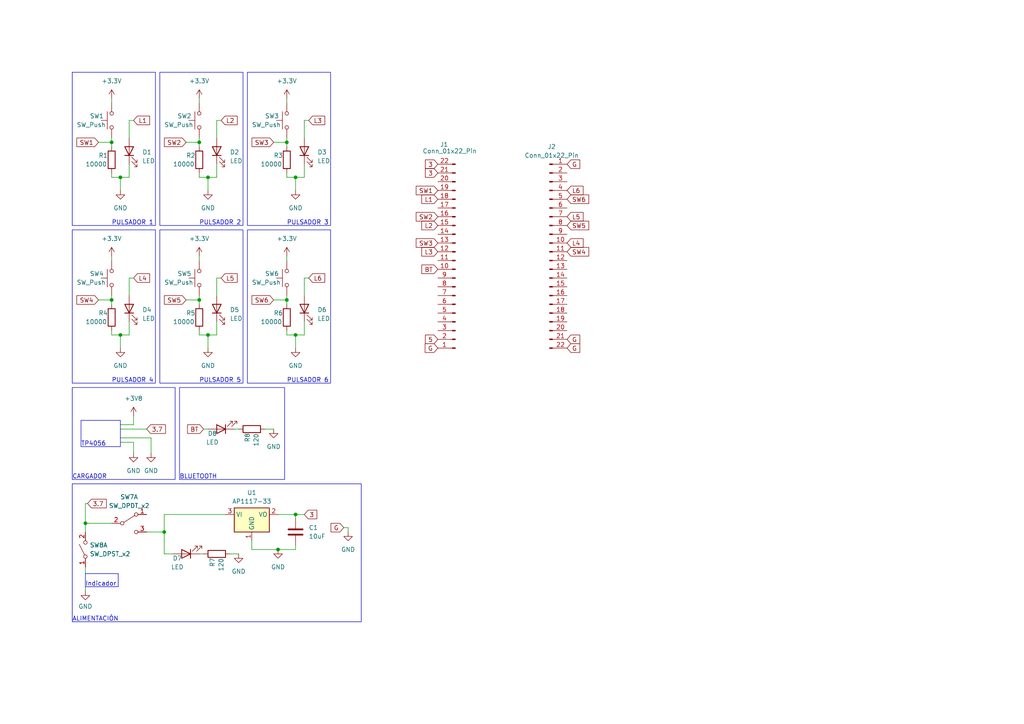
<source format=kicad_sch>
(kicad_sch (version 20230121) (generator eeschema)
  (paper "A4")
  (lib_symbols
    (symbol "Connector:Conn_01x22_Pin" (pin_names (offset 1.016) hide)
      (property "Reference" "J" (at 0 27.94 0))
      (property "Value" "Conn_01x22_Pin" (at 0 -30.48 0))
      (symbol "Conn_01x22_Pin_1_1"
        (polyline (pts (xy 1.27 -27.94) (xy 0.8636 -27.94)) (stroke (width 0.1524)))
        (polyline (pts (xy 1.27 -25.4) (xy 0.8636 -25.4)) (stroke (width 0.1524)))
        (polyline (pts (xy 1.27 -22.86) (xy 0.8636 -22.86)) (stroke (width 0.1524)))
        (polyline (pts (xy 1.27 -20.32) (xy 0.8636 -20.32)) (stroke (width 0.1524)))
        (polyline (pts (xy 1.27 -17.78) (xy 0.8636 -17.78)) (stroke (width 0.1524)))
        (polyline (pts (xy 1.27 -15.24) (xy 0.8636 -15.24)) (stroke (width 0.1524)))
        (polyline (pts (xy 1.27 -12.7) (xy 0.8636 -12.7)) (stroke (width 0.1524)))
        (polyline (pts (xy 1.27 -10.16) (xy 0.8636 -10.16)) (stroke (width 0.1524)))
        (polyline (pts (xy 1.27 -7.62) (xy 0.8636 -7.62)) (stroke (width 0.1524)))
        (polyline (pts (xy 1.27 -5.08) (xy 0.8636 -5.08)) (stroke (width 0.1524)))
        (polyline (pts (xy 1.27 -2.54) (xy 0.8636 -2.54)) (stroke (width 0.1524)))
        (polyline (pts (xy 1.27 0) (xy 0.8636 0)) (stroke (width 0.1524)))
        (polyline (pts (xy 1.27 2.54) (xy 0.8636 2.54)) (stroke (width 0.1524)))
        (polyline (pts (xy 1.27 5.08) (xy 0.8636 5.08)) (stroke (width 0.1524)))
        (polyline (pts (xy 1.27 7.62) (xy 0.8636 7.62)) (stroke (width 0.1524)))
        (polyline (pts (xy 1.27 10.16) (xy 0.8636 10.16)) (stroke (width 0.1524)))
        (polyline (pts (xy 1.27 12.7) (xy 0.8636 12.7)) (stroke (width 0.1524)))
        (polyline (pts (xy 1.27 15.24) (xy 0.8636 15.24)) (stroke (width 0.1524)))
        (polyline (pts (xy 1.27 17.78) (xy 0.8636 17.78)) (stroke (width 0.1524)))
        (polyline (pts (xy 1.27 20.32) (xy 0.8636 20.32)) (stroke (width 0.1524)))
        (polyline (pts (xy 1.27 22.86) (xy 0.8636 22.86)) (stroke (width 0.1524)))
        (polyline (pts (xy 1.27 25.4) (xy 0.8636 25.4)) (stroke (width 0.1524)))
        (rectangle (start 0.8636 -27.813) (end 0 -28.067) (stroke (width 0.1524)) (fill (type outline)))
        (rectangle (start 0.8636 -25.273) (end 0 -25.527) (stroke (width 0.1524)) (fill (type outline)))
        (rectangle (start 0.8636 -22.733) (end 0 -22.987) (stroke (width 0.1524)) (fill (type outline)))
        (rectangle (start 0.8636 -20.193) (end 0 -20.447) (stroke (width 0.1524)) (fill (type outline)))
        (rectangle (start 0.8636 -17.653) (end 0 -17.907) (stroke (width 0.1524)) (fill (type outline)))
        (rectangle (start 0.8636 -15.113) (end 0 -15.367) (stroke (width 0.1524)) (fill (type outline)))
        (rectangle (start 0.8636 -12.573) (end 0 -12.827) (stroke (width 0.1524)) (fill (type outline)))
        (rectangle (start 0.8636 -10.033) (end 0 -10.287) (stroke (width 0.1524)) (fill (type outline)))
        (rectangle (start 0.8636 -7.493) (end 0 -7.747) (stroke (width 0.1524)) (fill (type outline)))
        (rectangle (start 0.8636 -4.953) (end 0 -5.207) (stroke (width 0.1524)) (fill (type outline)))
        (rectangle (start 0.8636 -2.413) (end 0 -2.667) (stroke (width 0.1524)) (fill (type outline)))
        (rectangle (start 0.8636 0.127) (end 0 -0.127) (stroke (width 0.1524)) (fill (type outline)))
        (rectangle (start 0.8636 2.667) (end 0 2.413) (stroke (width 0.1524)) (fill (type outline)))
        (rectangle (start 0.8636 5.207) (end 0 4.953) (stroke (width 0.1524)) (fill (type outline)))
        (rectangle (start 0.8636 7.747) (end 0 7.493) (stroke (width 0.1524)) (fill (type outline)))
        (rectangle (start 0.8636 10.287) (end 0 10.033) (stroke (width 0.1524)) (fill (type outline)))
        (rectangle (start 0.8636 12.827) (end 0 12.573) (stroke (width 0.1524)) (fill (type outline)))
        (rectangle (start 0.8636 15.367) (end 0 15.113) (stroke (width 0.1524)) (fill (type outline)))
        (rectangle (start 0.8636 17.907) (end 0 17.653) (stroke (width 0.1524)) (fill (type outline)))
        (rectangle (start 0.8636 20.447) (end 0 20.193) (stroke (width 0.1524)) (fill (type outline)))
        (rectangle (start 0.8636 22.987) (end 0 22.733) (stroke (width 0.1524)) (fill (type outline)))
        (rectangle (start 0.8636 25.527) (end 0 25.273) (stroke (width 0.1524)) (fill (type outline)))
        (pin passive line (at 5.08 25.4 180) (length 3.81) (name "Pin_1") (number "1"))
        (pin passive line (at 5.08 2.54 180) (length 3.81) (name "Pin_10") (number "10"))
        (pin passive line (at 5.08 0 180) (length 3.81) (name "Pin_11") (number "11"))
        (pin passive line (at 5.08 -2.54 180) (length 3.81) (name "Pin_12") (number "12"))
        (pin passive line (at 5.08 -5.08 180) (length 3.81) (name "Pin_13") (number "13"))
        (pin passive line (at 5.08 -7.62 180) (length 3.81) (name "Pin_14") (number "14"))
        (pin passive line (at 5.08 -10.16 180) (length 3.81) (name "Pin_15") (number "15"))
        (pin passive line (at 5.08 -12.7 180) (length 3.81) (name "Pin_16") (number "16"))
        (pin passive line (at 5.08 -15.24 180) (length 3.81) (name "Pin_17") (number "17"))
        (pin passive line (at 5.08 -17.78 180) (length 3.81) (name "Pin_18") (number "18"))
        (pin passive line (at 5.08 -20.32 180) (length 3.81) (name "Pin_19") (number "19"))
        (pin passive line (at 5.08 22.86 180) (length 3.81) (name "Pin_2") (number "2"))
        (pin passive line (at 5.08 -22.86 180) (length 3.81) (name "Pin_20") (number "20"))
        (pin passive line (at 5.08 -25.4 180) (length 3.81) (name "Pin_21") (number "21"))
        (pin passive line (at 5.08 -27.94 180) (length 3.81) (name "Pin_22") (number "22"))
        (pin passive line (at 5.08 20.32 180) (length 3.81) (name "Pin_3") (number "3"))
        (pin passive line (at 5.08 17.78 180) (length 3.81) (name "Pin_4") (number "4"))
        (pin passive line (at 5.08 15.24 180) (length 3.81) (name "Pin_5") (number "5"))
        (pin passive line (at 5.08 12.7 180) (length 3.81) (name "Pin_6") (number "6"))
        (pin passive line (at 5.08 10.16 180) (length 3.81) (name "Pin_7") (number "7"))
        (pin passive line (at 5.08 7.62 180) (length 3.81) (name "Pin_8") (number "8"))
        (pin passive line (at 5.08 5.08 180) (length 3.81) (name "Pin_9") (number "9"))
      )
    )
    (symbol "Device:C" (pin_numbers hide) (pin_names (offset 0.254))
      (property "Reference" "C" (at 0.635 2.54 0))
      (property "Value" "C" (at 0.635 -2.54 0))
      (symbol "C_0_1"
        (polyline (pts (xy -2.032 -0.762) (xy 2.032 -0.762)) (stroke (width 0.508)))
        (polyline (pts (xy -2.032 0.762) (xy 2.032 0.762)) (stroke (width 0.508)))
      )
      (symbol "C_1_1"
        (pin passive line (at 0 3.81 270) (length 2.794) (name "~") (number "1"))
        (pin passive line (at 0 -3.81 90) (length 2.794) (name "~") (number "2"))
      )
    )
    (symbol "Device:LED" (pin_numbers hide) (pin_names (offset 1.016) hide)
      (property "Reference" "D" (at 0 2.54 0))
      (property "Value" "LED" (at 0 -2.54 0))
      (symbol "LED_0_1"
        (polyline (pts (xy -1.27 -1.27) (xy -1.27 1.27)) (stroke (width 0.254)))
        (polyline (pts (xy -1.27 0) (xy 1.27 0)))
        (polyline (pts (xy 1.27 -1.27) (xy 1.27 1.27) (xy -1.27 0) (xy 1.27 -1.27)) (stroke (width 0.254)))
        (polyline (pts (xy -3.048 -0.762) (xy -4.572 -2.286) (xy -3.81 -2.286) (xy -4.572 -2.286) (xy -4.572 -1.524)))
        (polyline (pts (xy -1.778 -0.762) (xy -3.302 -2.286) (xy -2.54 -2.286) (xy -3.302 -2.286) (xy -3.302 -1.524)))
      )
      (symbol "LED_1_1"
        (pin passive line (at -3.81 0 0) (length 2.54) (name "K") (number "1"))
        (pin passive line (at 3.81 0 180) (length 2.54) (name "A") (number "2"))
      )
    )
    (symbol "Device:R" (pin_numbers hide) (pin_names (offset 0))
      (property "Reference" "R" (at 2.032 0 90))
      (property "Value" "R" (at 0 0 90))
      (symbol "R_0_1"
        (rectangle (start -1.016 -2.54) (end 1.016 2.54) (stroke (width 0.254)))
      )
      (symbol "R_1_1"
        (pin passive line (at 0 3.81 270) (length 1.27) (name "~") (number "1"))
        (pin passive line (at 0 -3.81 90) (length 1.27) (name "~") (number "2"))
      )
    )
    (symbol "Regulator_Linear:AP1117-33"
      (property "Reference" "U" (at -3.81 3.175 0))
      (property "Value" "AP1117-33" (at 0 3.175 0))
      (symbol "AP1117-33_0_1"
        (rectangle (start -5.08 -5.08) (end 5.08 1.905) (stroke (width 0.254)) (fill (type background)))
      )
      (symbol "AP1117-33_1_1"
        (pin power_in line (at 0 -7.62 90) (length 2.54) (name "GND") (number "1"))
        (pin power_out line (at 7.62 0 180) (length 2.54) (name "VO") (number "2"))
        (pin power_in line (at -7.62 0 0) (length 2.54) (name "VI") (number "3"))
      )
    )
    (symbol "Switch:SW_DPDT_x2" (pin_names (offset 0) hide)
      (property "Reference" "SW" (at 0 4.318 0))
      (property "Value" "SW_DPDT_x2" (at 0 -5.08 0))
      (symbol "SW_DPDT_x2_0_0"
        (circle (center -2.032 0) (radius 0.508))
        (circle (center 2.032 -2.54) (radius 0.508))
      )
      (symbol "SW_DPDT_x2_0_1"
        (polyline (pts (xy -1.524 0.254) (xy 1.651 2.286)))
        (circle (center 2.032 2.54) (radius 0.508))
      )
      (symbol "SW_DPDT_x2_1_1"
        (pin passive line (at 5.08 2.54 180) (length 2.54) (name "A") (number "1"))
        (pin passive line (at -5.08 0 0) (length 2.54) (name "B") (number "2"))
        (pin passive line (at 5.08 -2.54 180) (length 2.54) (name "C") (number "3"))
      )
      (symbol "SW_DPDT_x2_2_1"
        (pin passive line (at 5.08 2.54 180) (length 2.54) (name "A") (number "4"))
        (pin passive line (at -5.08 0 0) (length 2.54) (name "B") (number "5"))
        (pin passive line (at 5.08 -2.54 180) (length 2.54) (name "C") (number "6"))
      )
    )
    (symbol "Switch:SW_DPST_x2" (pin_names (offset 0) hide)
      (property "Reference" "SW" (at 0 3.175 0))
      (property "Value" "SW_DPST_x2" (at 0 -2.54 0))
      (symbol "SW_DPST_x2_0_0"
        (circle (center -2.032 0) (radius 0.508))
        (polyline (pts (xy -1.524 0.254) (xy 1.524 1.778)))
        (circle (center 2.032 0) (radius 0.508))
      )
      (symbol "SW_DPST_x2_1_1"
        (pin passive line (at -5.08 0 0) (length 2.54) (name "A") (number "1"))
        (pin passive line (at 5.08 0 180) (length 2.54) (name "B") (number "2"))
      )
      (symbol "SW_DPST_x2_2_1"
        (pin passive line (at -5.08 0 0) (length 2.54) (name "A") (number "3"))
        (pin passive line (at 5.08 0 180) (length 2.54) (name "B") (number "4"))
      )
    )
    (symbol "Switch:SW_Push" (pin_numbers hide) (pin_names (offset 1.016) hide)
      (property "Reference" "SW" (at 1.27 2.54 0))
      (property "Value" "SW_Push" (at 0 -1.524 0))
      (symbol "SW_Push_0_1"
        (circle (center -2.032 0) (radius 0.508))
        (polyline (pts (xy 0 1.27) (xy 0 3.048)))
        (polyline (pts (xy 2.54 1.27) (xy -2.54 1.27)))
        (circle (center 2.032 0) (radius 0.508))
        (pin passive line (at -5.08 0 0) (length 2.54) (name "1") (number "1"))
        (pin passive line (at 5.08 0 180) (length 2.54) (name "2") (number "2"))
      )
    )
    (symbol "power:+3.3V" (power) (pin_names (offset 0))
      (property "Value" "+3.3V" (at 0 3.556 0))
      (symbol "+3.3V_0_1"
        (polyline (pts (xy -0.762 1.27) (xy 0 2.54)))
        (polyline (pts (xy 0 0) (xy 0 2.54)))
        (polyline (pts (xy 0 2.54) (xy 0.762 1.27)))
      )
      (symbol "+3.3V_1_1"
        (pin power_in line (at 0 0 90) (length 0) hide (name "+3.3V") (number "1"))
      )
    )
    (symbol "power:+3V8" (power) (pin_names (offset 0))
      (property "Value" "+3V8" (at 0 3.556 0))
      (symbol "+3V8_0_1"
        (polyline (pts (xy -0.762 1.27) (xy 0 2.54)))
        (polyline (pts (xy 0 0) (xy 0 2.54)))
        (polyline (pts (xy 0 2.54) (xy 0.762 1.27)))
      )
      (symbol "+3V8_1_1"
        (pin power_in line (at 0 0 90) (length 0) hide (name "+3V8") (number "1"))
      )
    )
    (symbol "power:GND" (power) (pin_names (offset 0))
      (property "Value" "GND" (at 0 -3.81 0))
      (symbol "GND_0_1"
        (polyline (pts (xy 0 0) (xy 0 -1.27) (xy 1.27 -1.27) (xy 0 -2.54) (xy -1.27 -1.27) (xy 0 -1.27)))
      )
      (symbol "GND_1_1"
        (pin power_in line (at 0 0 270) (length 0) hide (name "GND") (number "1"))
      )
    )
  )
  (junction (at 80.645 159.385))
  (junction (at 83.185 41.275))
  (junction (at 24.765 151.765))
  (junction (at 60.325 51.435))
  (junction (at 34.925 51.435))
  (junction (at 34.925 97.155))
  (junction (at 57.785 86.995))
  (junction (at 85.725 97.155))
  (junction (at 32.385 41.275))
  (junction (at 32.385 86.995))
  (junction (at 57.785 41.275))
  (junction (at 60.325 97.155))
  (junction (at 83.185 86.995))
  (junction (at 85.725 149.225))
  (junction (at 85.725 51.435))
  (junction (at 47.625 154.305))
  (wire (pts (xy 88.265 47.625) (xy 88.265 51.435)))
  (wire (pts (xy 83.185 28.575) (xy 83.185 29.845)))
  (wire (pts (xy 32.385 86.995) (xy 32.385 88.265)))
  (wire (pts (xy 37.465 47.625) (xy 37.465 51.435)))
  (wire (pts (xy 34.925 127) (xy 43.815 127)))
  (wire (pts (xy 83.185 40.005) (xy 83.185 41.275)))
  (wire (pts (xy 76.835 124.46) (xy 79.375 124.46)))
  (wire (pts (xy 85.725 51.435) (xy 88.265 51.435)))
  (wire (pts (xy 34.925 51.435) (xy 34.925 55.245)))
  (wire (pts (xy 34.925 51.435) (xy 32.385 51.435)))
  (wire (pts (xy 79.375 41.275) (xy 83.185 41.275)))
  (wire (pts (xy 34.925 128.27) (xy 38.735 128.27)))
  (wire (pts (xy 24.765 151.765) (xy 24.765 154.305)))
  (wire (pts (xy 85.725 97.155) (xy 85.725 100.965)))
  (wire (pts (xy 50.165 160.655) (xy 47.625 160.655)))
  (wire (pts (xy 60.325 51.435) (xy 62.865 51.435)))
  (wire (pts (xy 67.945 124.46) (xy 69.215 124.46)))
  (wire (pts (xy 24.765 170.18) (xy 24.765 171.45)))
  (wire (pts (xy 83.185 97.155) (xy 83.185 95.885)))
  (wire (pts (xy 24.765 146.05) (xy 24.765 151.765)))
  (wire (pts (xy 57.785 51.435) (xy 57.785 50.165)))
  (wire (pts (xy 57.785 74.295) (xy 57.785 75.565)))
  (wire (pts (xy 65.405 149.225) (xy 47.625 149.225)))
  (wire (pts (xy 89.535 80.645) (xy 88.265 80.645)))
  (wire (pts (xy 43.815 131.445) (xy 43.815 127)))
  (wire (pts (xy 32.385 28.575) (xy 32.385 29.845)))
  (wire (pts (xy 85.725 97.155) (xy 88.265 97.155)))
  (wire (pts (xy 38.735 120.65) (xy 38.735 123.19)))
  (wire (pts (xy 24.765 146.05) (xy 25.4 146.05)))
  (wire (pts (xy 64.135 34.925) (xy 62.865 34.925)))
  (wire (pts (xy 37.465 80.645) (xy 37.465 85.725)))
  (wire (pts (xy 99.695 153.035) (xy 100.965 153.035)))
  (wire (pts (xy 85.725 158.115) (xy 85.725 159.385)))
  (wire (pts (xy 62.865 93.345) (xy 62.865 97.155)))
  (wire (pts (xy 57.785 41.275) (xy 57.785 42.545)))
  (wire (pts (xy 53.975 41.275) (xy 57.785 41.275)))
  (wire (pts (xy 88.265 80.645) (xy 88.265 85.725)))
  (wire (pts (xy 32.385 85.725) (xy 32.385 86.995)))
  (wire (pts (xy 34.925 97.155) (xy 32.385 97.155)))
  (wire (pts (xy 32.385 40.005) (xy 32.385 41.275)))
  (wire (pts (xy 85.725 149.225) (xy 80.645 149.225)))
  (wire (pts (xy 88.265 34.925) (xy 88.265 40.005)))
  (wire (pts (xy 32.385 97.155) (xy 32.385 95.885)))
  (wire (pts (xy 28.575 41.275) (xy 32.385 41.275)))
  (wire (pts (xy 47.625 149.225) (xy 47.625 154.305)))
  (wire (pts (xy 34.925 51.435) (xy 37.465 51.435)))
  (wire (pts (xy 85.725 97.155) (xy 83.185 97.155)))
  (wire (pts (xy 42.545 154.305) (xy 47.625 154.305)))
  (wire (pts (xy 53.975 86.995) (xy 57.785 86.995)))
  (wire (pts (xy 34.925 123.19) (xy 38.735 123.19)))
  (wire (pts (xy 89.535 34.925) (xy 88.265 34.925)))
  (wire (pts (xy 24.765 164.465) (xy 24.765 166.37)))
  (wire (pts (xy 24.765 151.765) (xy 32.385 151.765)))
  (wire (pts (xy 83.185 41.275) (xy 83.185 42.545)))
  (wire (pts (xy 57.785 86.995) (xy 57.785 88.265)))
  (wire (pts (xy 60.325 97.155) (xy 60.325 100.965)))
  (wire (pts (xy 37.465 93.345) (xy 37.465 97.155)))
  (wire (pts (xy 28.575 86.995) (xy 32.385 86.995)))
  (wire (pts (xy 37.465 34.925) (xy 37.465 40.005)))
  (wire (pts (xy 83.185 51.435) (xy 83.185 50.165)))
  (wire (pts (xy 57.785 85.725) (xy 57.785 86.995)))
  (wire (pts (xy 85.725 149.225) (xy 88.265 149.225)))
  (wire (pts (xy 57.785 97.155) (xy 57.785 95.885)))
  (wire (pts (xy 85.725 150.495) (xy 85.725 149.225)))
  (wire (pts (xy 62.865 47.625) (xy 62.865 51.435)))
  (wire (pts (xy 60.325 124.46) (xy 59.055 124.46)))
  (wire (pts (xy 73.025 159.385) (xy 80.645 159.385)))
  (wire (pts (xy 62.865 80.645) (xy 62.865 85.725)))
  (wire (pts (xy 64.135 80.645) (xy 62.865 80.645)))
  (wire (pts (xy 60.325 97.155) (xy 57.785 97.155)))
  (wire (pts (xy 85.725 51.435) (xy 83.185 51.435)))
  (wire (pts (xy 57.785 28.575) (xy 57.785 29.845)))
  (wire (pts (xy 32.385 74.295) (xy 32.385 75.565)))
  (wire (pts (xy 79.375 86.995) (xy 83.185 86.995)))
  (wire (pts (xy 62.865 34.925) (xy 62.865 40.005)))
  (wire (pts (xy 60.325 51.435) (xy 57.785 51.435)))
  (wire (pts (xy 83.185 85.725) (xy 83.185 86.995)))
  (wire (pts (xy 60.325 51.435) (xy 60.325 55.245)))
  (wire (pts (xy 83.185 86.995) (xy 83.185 88.265)))
  (wire (pts (xy 57.785 40.005) (xy 57.785 41.275)))
  (wire (pts (xy 47.625 160.655) (xy 47.625 154.305)))
  (wire (pts (xy 88.265 93.345) (xy 88.265 97.155)))
  (wire (pts (xy 57.785 160.655) (xy 59.055 160.655)))
  (wire (pts (xy 85.725 51.435) (xy 85.725 55.245)))
  (wire (pts (xy 100.965 153.035) (xy 100.965 154.305)))
  (wire (pts (xy 34.925 97.155) (xy 34.925 100.965)))
  (wire (pts (xy 83.185 74.295) (xy 83.185 75.565)))
  (wire (pts (xy 38.735 34.925) (xy 37.465 34.925)))
  (wire (pts (xy 66.675 160.655) (xy 69.215 160.655)))
  (wire (pts (xy 34.925 97.155) (xy 37.465 97.155)))
  (wire (pts (xy 60.325 97.155) (xy 62.865 97.155)))
  (wire (pts (xy 73.025 156.845) (xy 73.025 159.385)))
  (wire (pts (xy 38.735 80.645) (xy 37.465 80.645)))
  (wire (pts (xy 85.725 159.385) (xy 80.645 159.385)))
  (wire (pts (xy 32.385 41.275) (xy 32.385 42.545)))
  (wire (pts (xy 32.385 51.435) (xy 32.385 50.165)))
  (wire (pts (xy 34.925 124.46) (xy 42.545 124.46)))
  (wire (pts (xy 38.735 131.445) (xy 38.735 128.27)))
  (rectangle (start 20.955 112.395) (end 50.8 139.065))
  (rectangle (start 71.755 66.675) (end 95.885 111.125))
  (rectangle (start 23.495 121.92) (end 34.925 129.54))
  (rectangle (start 71.755 20.955) (end 95.885 65.405))
  (rectangle (start 46.355 66.675) (end 70.485 111.125))
  (rectangle (start 20.955 140.335) (end 104.775 180.34))
  (rectangle (start 24.765 166.37) (end 34.29 170.18))
  (rectangle (start 20.955 20.955) (end 45.085 65.405))
  (rectangle (start 46.355 20.955) (end 70.485 65.405))
  (rectangle (start 52.07 112.395) (end 82.55 139.065))
  (rectangle (start 20.955 66.675) (end 45.085 111.125))
  (text "PULSADOR 1" (at 32.385 65.405 0) (effects (font (size 1.27 1.27)) (justify left bottom)))
  (text "PULSADOR 3" (at 83.185 65.405 0) (effects (font (size 1.27 1.27)) (justify left bottom)))
  (text "CARGADOR" (at 20.955 139.065 0) (effects (font (size 1.27 1.27)) (justify left bottom)))
  (text "BLUETOOTH" (at 52.07 139.065 0) (effects (font (size 1.27 1.27)) (justify left bottom)))
  (text "Indicador" (at 24.765 170.18 0) (effects (font (size 1.27 1.27)) (justify left bottom)))
  (text "ALIMENTACIÓN" (at 20.955 180.34 0) (effects (font (size 1.27 1.27)) (justify left bottom)))
  (text "PULSADOR 5\n" (at 57.785 111.125 0) (effects (font (size 1.27 1.27)) (justify left bottom)))
  (text "PULSADOR 6\n" (at 83.185 111.125 0) (effects (font (size 1.27 1.27)) (justify left bottom)))
  (text "PULSADOR 4" (at 32.385 111.125 0) (effects (font (size 1.27 1.27)) (justify left bottom)))
  (text "PULSADOR 2\n" (at 57.785 65.405 0) (effects (font (size 1.27 1.27)) (justify left bottom)))
  (text "TP4056" (at 23.495 129.54 0) (effects (font (size 1.27 1.27)) (justify left bottom)))
  (global_label "5" (shape input) (at 127 98.425 180) (property "Intersheetrefs" "${INTERSHEET_REFS}" (effects hide)))
  (global_label "G" (shape input) (at 164.465 100.965 0) (property "Intersheetrefs" "${INTERSHEET_REFS}" (effects hide)))
  (global_label "SW1" (shape input) (at 28.575 41.275 180) (property "Intersheetrefs" "${INTERSHEET_REFS}" (effects hide)))
  (global_label "L3" (shape input) (at 89.535 34.925 0) (property "Intersheetrefs" "${INTERSHEET_REFS}" (effects hide)))
  (global_label "L5" (shape input) (at 164.465 62.865 0) (property "Intersheetrefs" "${INTERSHEET_REFS}" (effects hide)))
  (global_label "L1" (shape input) (at 127 57.785 180) (property "Intersheetrefs" "${INTERSHEET_REFS}" (effects hide)))
  (global_label "L5" (shape input) (at 64.135 80.645 0) (property "Intersheetrefs" "${INTERSHEET_REFS}" (effects hide)))
  (global_label "3.7" (shape input) (at 42.545 124.46 0) (property "Intersheetrefs" "${INTERSHEET_REFS}" (effects hide)))
  (global_label "SW5" (shape input) (at 53.975 86.995 180) (property "Intersheetrefs" "${INTERSHEET_REFS}" (effects hide)))
  (global_label "BT" (shape input) (at 127 78.105 180) (property "Intersheetrefs" "${INTERSHEET_REFS}" (effects hide)))
  (global_label "BT" (shape input) (at 59.055 124.46 180) (property "Intersheetrefs" "${INTERSHEET_REFS}" (effects hide)))
  (global_label "L2" (shape input) (at 127 65.405 180) (property "Intersheetrefs" "${INTERSHEET_REFS}" (effects hide)))
  (global_label "SW3" (shape input) (at 127 70.485 180) (property "Intersheetrefs" "${INTERSHEET_REFS}" (effects hide)))
  (global_label "L4" (shape input) (at 38.735 80.645 0) (property "Intersheetrefs" "${INTERSHEET_REFS}" (effects hide)))
  (global_label "SW2" (shape input) (at 53.975 41.275 180) (property "Intersheetrefs" "${INTERSHEET_REFS}" (effects hide)))
  (global_label "3" (shape input) (at 127 50.165 180) (property "Intersheetrefs" "${INTERSHEET_REFS}" (effects hide)))
  (global_label "SW3" (shape input) (at 79.375 41.275 180) (property "Intersheetrefs" "${INTERSHEET_REFS}" (effects hide)))
  (global_label "SW5" (shape input) (at 164.465 65.405 0) (property "Intersheetrefs" "${INTERSHEET_REFS}" (effects hide)))
  (global_label "L4" (shape input) (at 164.465 70.485 0) (property "Intersheetrefs" "${INTERSHEET_REFS}" (effects hide)))
  (global_label "G" (shape input) (at 164.465 98.425 0) (property "Intersheetrefs" "${INTERSHEET_REFS}" (effects hide)))
  (global_label "G" (shape input) (at 164.465 47.625 0) (property "Intersheetrefs" "${INTERSHEET_REFS}" (effects hide)))
  (global_label "L6" (shape input) (at 164.465 55.245 0) (property "Intersheetrefs" "${INTERSHEET_REFS}" (effects hide)))
  (global_label "SW1" (shape input) (at 127 55.245 180) (property "Intersheetrefs" "${INTERSHEET_REFS}" (effects hide)))
  (global_label "SW4" (shape input) (at 28.575 86.995 180) (property "Intersheetrefs" "${INTERSHEET_REFS}" (effects hide)))
  (global_label "3.7" (shape input) (at 25.4 146.05 0) (property "Intersheetrefs" "${INTERSHEET_REFS}" (effects hide)))
  (global_label "L6" (shape input) (at 89.535 80.645 0) (property "Intersheetrefs" "${INTERSHEET_REFS}" (effects hide)))
  (global_label "G" (shape input) (at 99.695 153.035 180) (property "Intersheetrefs" "${INTERSHEET_REFS}" (effects hide)))
  (global_label "SW6" (shape input) (at 164.465 57.785 0) (property "Intersheetrefs" "${INTERSHEET_REFS}" (effects hide)))
  (global_label "L1" (shape input) (at 38.735 34.925 0) (property "Intersheetrefs" "${INTERSHEET_REFS}" (effects hide)))
  (global_label "SW6" (shape input) (at 79.375 86.995 180) (property "Intersheetrefs" "${INTERSHEET_REFS}" (effects hide)))
  (global_label "3" (shape input) (at 127 47.625 180) (property "Intersheetrefs" "${INTERSHEET_REFS}" (effects hide)))
  (global_label "3" (shape input) (at 88.265 149.225 0) (property "Intersheetrefs" "${INTERSHEET_REFS}" (effects hide)))
  (global_label "L2" (shape input) (at 64.135 34.925 0) (property "Intersheetrefs" "${INTERSHEET_REFS}" (effects hide)))
  (global_label "L3" (shape input) (at 127 73.025 180) (property "Intersheetrefs" "${INTERSHEET_REFS}" (effects hide)))
  (global_label "SW4" (shape input) (at 164.465 73.025 0) (property "Intersheetrefs" "${INTERSHEET_REFS}" (effects hide)))
  (global_label "SW2" (shape input) (at 127 62.865 180) (property "Intersheetrefs" "${INTERSHEET_REFS}" (effects hide)))
  (global_label "G" (shape input) (at 127 100.965 180) (property "Intersheetrefs" "${INTERSHEET_REFS}" (effects hide)))
  (symbol (lib_id "power:+3.3V") (at 32.385 74.295 0) (unit 1)
    (property "Reference" "#PWR05" (effects hide))
    (property "Value" "+3.3V" (at 32.385 69.215 0))
  )
  (symbol (lib_id "Device:R") (at 83.185 46.355 0) (unit 1)
    (property "Reference" "R3" (at 79.375 45.085 0) (effects (justify left)))
    (property "Value" "10000" (at 75.565 47.625 0) (effects (justify left)))
  )
  (symbol (lib_id "power:+3.3V") (at 57.785 74.295 0) (unit 1)
    (property "Reference" "#PWR04" (effects hide))
    (property "Value" "+3.3V" (at 57.785 69.215 0))
  )
  (symbol (lib_id "power:+3.3V") (at 83.185 74.295 0) (unit 1)
    (property "Reference" "#PWR014" (effects hide))
    (property "Value" "+3.3V" (at 83.185 69.215 0))
  )
  (symbol (lib_id "power:GND") (at 79.375 124.46 0) (unit 1)
    (property "Reference" "#PWR020" (effects hide))
    (property "Value" "GND" (at 79.375 129.54 0))
  )
  (symbol (lib_id "power:GND") (at 100.965 154.305 0) (unit 1)
    (property "Reference" "#PWR02" (effects hide))
    (property "Value" "GND" (at 100.965 159.385 0))
  )
  (symbol (lib_id "power:GND") (at 24.765 171.45 0) (unit 1)
    (property "Reference" "#PWR01" (effects hide))
    (property "Value" "GND" (at 24.765 175.895 0))
  )
  (symbol (lib_id "Device:LED") (at 62.865 89.535 90) (unit 1)
    (property "Reference" "D5" (at 66.675 89.8525 90) (effects (justify right)))
    (property "Value" "LED" (at 66.675 92.3925 90) (effects (justify right)))
  )
  (symbol (lib_id "Device:R") (at 32.385 92.075 0) (unit 1)
    (property "Reference" "R4" (at 28.575 90.805 0) (effects (justify left)))
    (property "Value" "10000" (at 24.765 93.345 0) (effects (justify left)))
  )
  (symbol (lib_id "power:GND") (at 85.725 100.965 0) (unit 1)
    (property "Reference" "#PWR015" (effects hide))
    (property "Value" "GND" (at 85.725 106.045 0))
  )
  (symbol (lib_id "Device:R") (at 83.185 92.075 0) (unit 1)
    (property "Reference" "R6" (at 79.375 90.805 0) (effects (justify left)))
    (property "Value" "10000" (at 75.565 93.345 0) (effects (justify left)))
  )
  (symbol (lib_id "Switch:SW_DPST_x2") (at 24.765 159.385 90) (unit 1)
    (property "Reference" "SW8" (at 26.035 158.115 90) (effects (justify right)))
    (property "Value" "SW_DPST_x2" (at 26.035 160.655 90) (effects (justify right)))
  )
  (symbol (lib_id "Device:C") (at 85.725 154.305 0) (unit 1)
    (property "Reference" "C1" (at 89.535 153.035 0) (effects (justify left)))
    (property "Value" "10uF" (at 89.535 155.575 0) (effects (justify left)))
  )
  (symbol (lib_id "power:GND") (at 43.815 131.445 0) (unit 1)
    (property "Reference" "#PWR019" (effects hide))
    (property "Value" "GND" (at 43.815 136.525 0))
  )
  (symbol (lib_id "Regulator_Linear:AP1117-33") (at 73.025 149.225 0) (unit 1)
    (property "Reference" "U1" (at 73.025 142.875 0))
    (property "Value" "AP1117-33" (at 73.025 145.415 0))
    (property "Footprint" "Package_TO_SOT_SMD:SOT-223-3_TabPin2" (effects hide))
    (property "Datasheet" "http://www.diodes.com/datasheets/AP1117.pdf" (effects hide))
  )
  (symbol (lib_id "Device:LED") (at 37.465 89.535 90) (unit 1)
    (property "Reference" "D4" (at 41.275 89.8525 90) (effects (justify right)))
    (property "Value" "LED" (at 41.275 92.3925 90) (effects (justify right)))
  )
  (symbol (lib_id "power:GND") (at 60.325 100.965 0) (unit 1)
    (property "Reference" "#PWR06" (effects hide))
    (property "Value" "GND" (at 60.325 106.045 0))
  )
  (symbol (lib_id "Switch:SW_Push") (at 83.185 80.645 90) (unit 1)
    (property "Reference" "SW6" (at 76.835 79.375 90) (effects (justify right)))
    (property "Value" "SW_Push" (at 73.025 81.915 90) (effects (justify right)))
  )
  (symbol (lib_id "power:GND") (at 38.735 131.445 0) (unit 1)
    (property "Reference" "#PWR018" (effects hide))
    (property "Value" "GND" (at 38.735 136.525 0))
  )
  (symbol (lib_id "Switch:SW_Push") (at 83.185 34.925 90) (unit 1)
    (property "Reference" "SW3" (at 76.835 33.655 90) (effects (justify right)))
    (property "Value" "SW_Push" (at 73.025 36.195 90) (effects (justify right)))
  )
  (symbol (lib_id "Device:R") (at 57.785 46.355 0) (unit 1)
    (property "Reference" "R2" (at 53.975 45.085 0) (effects (justify left)))
    (property "Value" "10000" (at 50.165 47.625 0) (effects (justify left)))
  )
  (symbol (lib_id "power:GND") (at 60.325 55.245 0) (unit 1)
    (property "Reference" "#PWR011" (effects hide))
    (property "Value" "GND" (at 60.325 60.325 0))
  )
  (symbol (lib_id "power:GND") (at 34.925 100.965 0) (unit 1)
    (property "Reference" "#PWR07" (effects hide))
    (property "Value" "GND" (at 34.925 106.045 0))
  )
  (symbol (lib_id "power:GND") (at 34.925 55.245 0) (unit 1)
    (property "Reference" "#PWR09" (effects hide))
    (property "Value" "GND" (at 34.925 60.325 0))
  )
  (symbol (lib_id "power:+3.3V") (at 83.185 28.575 0) (unit 1)
    (property "Reference" "#PWR012" (effects hide))
    (property "Value" "+3.3V" (at 83.185 23.495 0))
  )
  (symbol (lib_id "power:+3.3V") (at 32.385 28.575 0) (unit 1)
    (property "Reference" "#PWR08" (effects hide))
    (property "Value" "+3.3V" (at 32.385 23.495 0))
  )
  (symbol (lib_id "Switch:SW_DPDT_x2") (at 37.465 151.765 0) (unit 1)
    (property "Reference" "SW7" (at 37.465 144.145 0))
    (property "Value" "SW_DPDT_x2" (at 37.465 146.685 0))
  )
  (symbol (lib_id "Switch:SW_Push") (at 57.785 80.645 90) (unit 1)
    (property "Reference" "SW5" (at 51.435 79.375 90) (effects (justify right)))
    (property "Value" "SW_Push" (at 47.625 81.915 90) (effects (justify right)))
  )
  (symbol (lib_id "Device:LED") (at 53.975 160.655 180) (unit 1)
    (property "Reference" "D7" (at 51.435 161.925 0))
    (property "Value" "LED" (at 51.435 164.465 0))
  )
  (symbol (lib_id "Switch:SW_Push") (at 57.785 34.925 90) (unit 1)
    (property "Reference" "SW2" (at 51.435 33.655 90) (effects (justify right)))
    (property "Value" "SW_Push" (at 47.625 36.195 90) (effects (justify right)))
  )
  (symbol (lib_id "Connector:Conn_01x22_Pin") (at 159.385 73.025 0) (unit 1)
    (property "Reference" "J2" (at 160.02 42.545 0))
    (property "Value" "Conn_01x22_Pin" (at 160.02 45.085 0))
  )
  (symbol (lib_id "Device:LED") (at 62.865 43.815 90) (unit 1)
    (property "Reference" "D2" (at 66.675 44.1325 90) (effects (justify right)))
    (property "Value" "LED" (at 66.675 46.6725 90) (effects (justify right)))
  )
  (symbol (lib_id "Device:R") (at 62.865 160.655 90) (unit 1)
    (property "Reference" "R7" (at 61.595 164.465 0) (effects (justify left)))
    (property "Value" "120" (at 64.135 165.735 0) (effects (justify left)))
  )
  (symbol (lib_id "power:GND") (at 85.725 55.245 0) (unit 1)
    (property "Reference" "#PWR013" (effects hide))
    (property "Value" "GND" (at 85.725 60.325 0))
  )
  (symbol (lib_id "power:+3V8") (at 38.735 120.65 0) (unit 1)
    (property "Reference" "#PWR03" (effects hide))
    (property "Value" "+3V8" (at 38.735 115.57 0))
  )
  (symbol (lib_id "Switch:SW_Push") (at 32.385 80.645 90) (unit 1)
    (property "Reference" "SW4" (at 26.035 79.375 90) (effects (justify right)))
    (property "Value" "SW_Push" (at 22.225 81.915 90) (effects (justify right)))
  )
  (symbol (lib_id "power:+3.3V") (at 57.785 28.575 0) (unit 1)
    (property "Reference" "#PWR010" (effects hide))
    (property "Value" "+3.3V" (at 57.785 23.495 0))
  )
  (symbol (lib_id "Device:LED") (at 88.265 89.535 90) (unit 1)
    (property "Reference" "D6" (at 92.075 89.8525 90) (effects (justify right)))
    (property "Value" "LED" (at 92.075 92.3925 90) (effects (justify right)))
  )
  (symbol (lib_id "Connector:Conn_01x22_Pin") (at 132.08 75.565 180) (unit 1)
    (property "Reference" "J1" (at 127.635 41.91 0) (effects (justify right)))
    (property "Value" "Conn_01x22_Pin" (at 122.555 43.815 0) (effects (justify right)))
  )
  (symbol (lib_id "Device:R") (at 73.025 124.46 90) (unit 1)
    (property "Reference" "R8" (at 71.755 128.27 0) (effects (justify left)))
    (property "Value" "120" (at 74.295 129.54 0) (effects (justify left)))
  )
  (symbol (lib_id "Device:R") (at 57.785 92.075 0) (unit 1)
    (property "Reference" "R5" (at 53.975 90.805 0) (effects (justify left)))
    (property "Value" "10000" (at 50.165 93.345 0) (effects (justify left)))
  )
  (symbol (lib_id "Device:LED") (at 64.135 124.46 180) (unit 1)
    (property "Reference" "D8" (at 61.595 125.73 0))
    (property "Value" "LED" (at 61.595 128.27 0))
  )
  (symbol (lib_id "power:GND") (at 69.215 160.655 0) (unit 1)
    (property "Reference" "#PWR016" (effects hide))
    (property "Value" "GND" (at 69.215 165.735 0))
  )
  (symbol (lib_id "Device:LED") (at 88.265 43.815 90) (unit 1)
    (property "Reference" "D3" (at 92.075 44.1325 90) (effects (justify right)))
    (property "Value" "LED" (at 92.075 46.6725 90) (effects (justify right)))
  )
  (symbol (lib_id "power:GND") (at 80.645 159.385 0) (unit 1)
    (property "Reference" "#PWR017" (effects hide))
    (property "Value" "GND" (at 80.645 164.465 0))
  )
  (symbol (lib_id "Device:LED") (at 37.465 43.815 90) (unit 1)
    (property "Reference" "D1" (at 41.275 44.1325 90) (effects (justify right)))
    (property "Value" "LED" (at 41.275 46.6725 90) (effects (justify right)))
  )
  (symbol (lib_id "Device:R") (at 32.385 46.355 0) (unit 1)
    (property "Reference" "R1" (at 28.575 45.085 0) (effects (justify left)))
    (property "Value" "10000" (at 24.765 47.625 0) (effects (justify left)))
  )
  (symbol (lib_id "Switch:SW_Push") (at 32.385 34.925 90) (unit 1)
    (property "Reference" "SW1" (at 26.035 33.655 90) (effects (justify right)))
    (property "Value" "SW_Push" (at 22.225 36.195 90) (effects (justify right)))
  )
)
</source>
